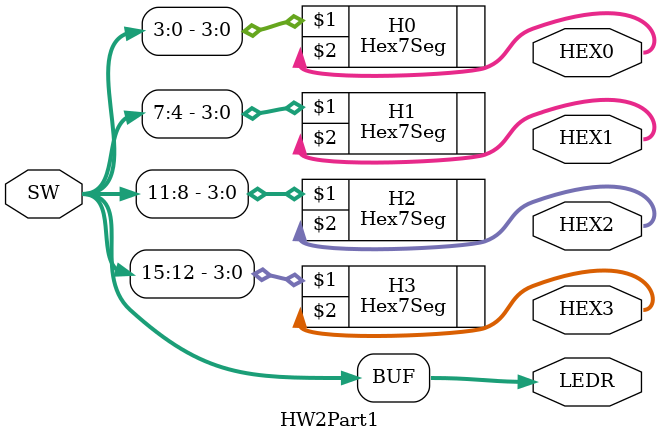
<source format=v>
/*Homework 2 Part 1 written by Ben Foster
 *TCES 330 4/23/14
 */
module HW2Part1(HEX0, HEX1, HEX2, HEX3, SW, LEDR);
	input[15:0] SW; //input switches
	output[15:0] LEDR; //Red LEDs
	output[0:6] HEX0, HEX1, HEX2, HEX3; //7-segment Hex displays
	
	assign LEDR = SW; //Assign red LED's to Switches
	
	Hex7Seg H0(SW[3:0], HEX0); //Hex display 0
	Hex7Seg H1(SW[7:4], HEX1); //Hex display 1
	Hex7Seg H2(SW[11:8], HEX2); //Hex display 2
	Hex7Seg H3(SW[15:12], HEX3); //Hex display 3
	
endmodule

</source>
